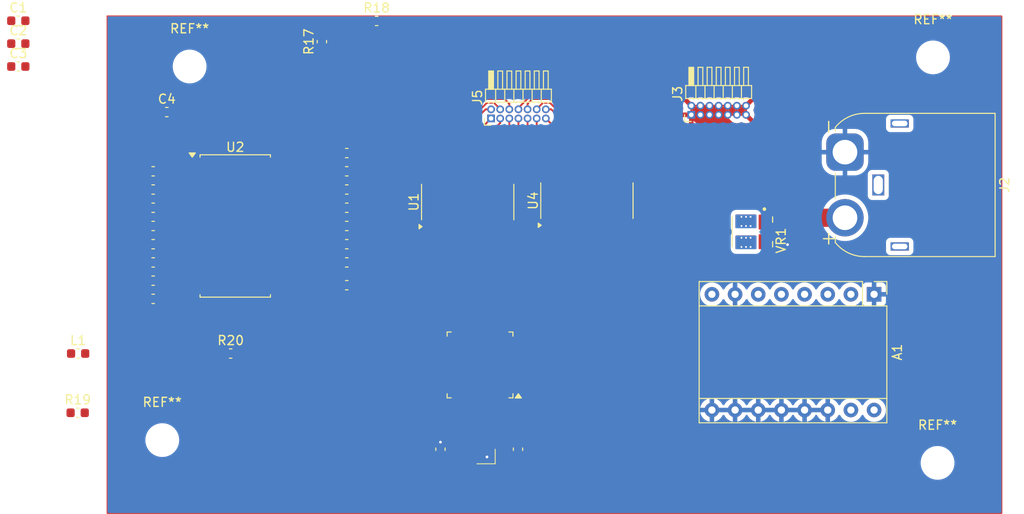
<source format=kicad_pcb>
(kicad_pcb (version 20241229) (generator "pcbnew") (generator_version "9.0")
  (layers (0 "F.Cu" signal) (2 "B.Cu" signal) (13 "F.Paste" user) (15 "B.Paste" user) (5 "F.SilkS" user "F.Silkscreen") (7 "B.SilkS" user "B.Silkscreen") (1 "F.Mask" user) (3 "B.Mask" user) (25 "Edge.Cuts" user))
  (net 0 "")
  (net 1 "GND")
  (net 4 "/STEP")
  (net 5 "/DIR")
  (net 8 "+5V")
  (net 9 "Net-(J5-Pin_9)")
  (net 10 "Net-(C1-Pad1)")
  (net 11 "Net-(VR1-FB)")
  (net 12 "Net-(U3-PA0)")
  (net 13 "Net-(U3-PA1)")
  (net 14 "Power")
  (net 15 "Net-(U2-I0)")
  (net 16 "Net-(U2-I1)")
  (net 17 "Net-(U2-I2)")
  (net 18 "Net-(U2-I3)")
  (net 19 "Net-(U2-I4)")
  (net 20 "Net-(U2-I5)")
  (net 21 "Net-(U2-I6)")
  (net 22 "Net-(U2-I7)")
  (net 23 "Net-(U2-I8)")
  (net 24 "Net-(U2-I9)")
  (net 25 "Net-(U2-I10)")
  (net 26 "Net-(U2-I11)")
  (net 27 "Net-(U2-I12)")
  (net 28 "Net-(U2-I13)")
  (net 29 "Net-(U2-I14)")
  (net 30 "Net-(U2-I15)")
  (net 31 "Net-(VR1-EN)")
  (net 32 "/motor6")
  (net 33 "/motor3")
  (net 34 "/motor7")
  (net 35 "/motor5")
  (net 36 "/motor4")
  (net 37 "/motor2")
  (net 38 "/motor1")
  (net 39 "/DOUT2")
  (net 40 "/Read")
  (net 41 "/DOUT3")
  (net 42 "/DOUT1")
  (net 43 "/DOUT4")
  (net 49 "/motor14")
  (net 56 "/RXD")
  (net 58 "/motor8")
  (net 60 "/motor9")
  (net 61 "/TXD")
  (net 63 "/motor11")
  (net 66 "/motor10")
  (net 67 "/motor12")
  (net 69 "/motor13")
  (net 72 "Net-(J5-Pin_12)")
  (net 73 "Net-(J5-Pin_1)")
  (net 74 "Net-(J5-Pin_11)")
  (net 75 "Net-(J5-Pin_2)")
  (net 76 "Net-(J5-Pin_6)")
  (net 77 "Net-(J5-Pin_3)")
  (net 78 "Net-(J5-Pin_13)")
  (net 79 "Net-(J5-Pin_4)")
  (net 80 "Net-(J5-Pin_10)")
  (net 81 "Net-(J5-Pin_7)")
  (net 82 "Net-(J5-Pin_5)")
  (net 83 "Net-(J5-Pin_8)")
  (net 84 "Net-(J5-Pin_14)")
  (footprint "Capacitor_SMD:C_0603_1608Metric" (layer "F.Cu") (at 129.725 76.5)
    (property "Reference" "R16" (hide yes))
    (property "Value" "5M")
  )
  (footprint "MountingHole:MountingHole_3.2mm_M3" (layer "F.Cu") (at 109.5 93.5)
    (property "Reference" "REF**")
    (property "Value" "MountingHole_3.2mm_M3")
  )
  (footprint "Capacitor_SMD:C_0603_1608Metric" (layer "F.Cu") (at 108.5 76 180)
    (property "Reference" "R2" (hide yes))
    (property "Value" "100")
  )
  (footprint "Capacitor_SMD:C_0603_1608Metric" (layer "F.Cu") (at 127 49.775 90)
    (property "Reference" "R17")
    (property "Value" "220k")
  )
  (footprint "Capacitor_SMD:C_0603_1608Metric" (layer "F.Cu") (at 100.225 90.5)
    (property "Reference" "R19")
    (property "Value" "50k")
  )
  (footprint "Capacitor_SMD:C_0603_1608Metric" (layer "F.Cu") (at 108.5 64 180)
    (property "Reference" "R8" (hide yes))
    (property "Value" "20k")
  )
  (footprint "Capacitor_SMD:C_0603_1608Metric" (layer "F.Cu") (at 108.5 70 180)
    (property "Reference" "R5" (hide yes))
    (property "Value" "1k")
  )
  (footprint "Package_SO:SOIC-16_3.9x9.9mm_P1.27mm" (layer "F.Cu") (at 156.055 67.225 90)
    (property "Reference" "U4")
    (property "Value" "TPL7407LAD")
  )
  (footprint "Capacitor_SMD:C_0603_1608Metric" (layer "F.Cu") (at 129.725 66)
    (property "Reference" "R11" (hide yes))
    (property "Value" "200k")
  )
  (footprint "Capacitor_SMD:C_0603_1608Metric" (layer "F.Cu") (at 129.725 74)
    (property "Reference" "R15" (hide yes))
    (property "Value" "2M")
  )
  (footprint "MountingHole:MountingHole_3.2mm_M3" (layer "F.Cu") (at 194 51.5)
    (property "Reference" "REF**")
    (property "Value" "MountingHole_3.2mm_M3")
  )
  (footprint "Module:Pololu_Breakout-16_15.2x20.3mm" (layer "F.Cu") (at 187.54 77.5 -90)
    (property "Reference" "A1")
    (property "Value" "Pololu_Breakout_A4988")
  )
  (footprint "Capacitor_SMD:C_0603_1608Metric" (layer "F.Cu") (at 100.275 84)
    (property "Reference" "L1")
    (property "Value" "10u")
  )
  (footprint "Package_SO:SOIC-24W_7.5x15.4mm_P1.27mm" (layer "F.Cu") (at 117.5 70)
    (property "Reference" "U2")
    (property "Value" "CD74HC4067M")
  )
  (footprint "Connector_AMASS:AMASS_XT60IPW-M_1x03_P7.20mm_Horizontal" (layer "F.Cu") (at 184.35 61.9 -90)
    (property "Reference" "J2")
    (property "Value" "Conn_01x02_Pin")
  )
  (footprint "Capacitor_SMD:C_0603_1608Metric" (layer "F.Cu") (at 93.715 49.99)
    (property "Reference" "C2")
    (property "Value" "100n")
  )
  (footprint "MountingHole:MountingHole_3.2mm_M3" (layer "F.Cu") (at 112.5 52.5)
    (property "Reference" "REF**")
    (property "Value" "MountingHole_3.2mm_M3")
  )
  (footprint "Package_QFP:TQFP-48_7x7mm_P0.5mm" (layer "F.Cu") (at 144.3375 85.25 180)
    (property "Reference" "U3" (hide yes))
    (property "Value" "AVR128DA48x-xPT")
  )
  (footprint "Capacitor_SMD:C_0603_1608Metric" (layer "F.Cu") (at 108.5 68 180)
    (property "Reference" "R6" (hide yes))
    (property "Value" "5k")
  )
  (footprint "Connector_PinHeader_1.00mm:PinHeader_2x07_P1.00mm_Horizontal" (layer "F.Cu") (at 145.55 58.2 90)
    (property "Reference" "J5")
    (property "Value" "Conn_02x07_Counter_Clockwise")
  )
  (footprint "OEM:Crystal_TXC7M" (layer "F.Cu") (at 144 94.5 180)
    (property "Reference" "Y1" (hide yes))
    (property "Value" "X_Crystal_16MHz_18pF" (hide yes))
  )
  (footprint "Capacitor_SMD:C_0603_1608Metric" (layer "F.Cu") (at 140 94.5 90)
    (property "Reference" "C13" (hide yes))
    (property "Value" "C_30pF")
  )
  (footprint "Package_SO:SOIC-16_3.9x9.9mm_P1.27mm" (layer "F.Cu") (at 142.985 67.375 90)
    (property "Reference" "U1")
    (property "Value" "TPL7407LAD")
  )
  (footprint "Capacitor_SMD:C_0603_1608Metric" (layer "F.Cu") (at 129.725 72)
    (property "Reference" "R14" (hide yes))
    (property "Value" "1M")
  )
  (footprint "Capacitor_SMD:C_0603_1608Metric" (layer "F.Cu") (at 148.5 94.5 -90)
    (property "Reference" "C14" (hide yes))
    (property "Value" "C_30pF")
  )
  (footprint "Capacitor_SMD:C_0603_1608Metric" (layer "F.Cu") (at 117 84)
    (property "Reference" "R20")
    (property "Value" "30k")
  )
  (footprint "Capacitor_SMD:C_0603_1608Metric" (layer "F.Cu") (at 93.715 47.48)
    (property "Reference" "C1")
    (property "Value" "100n")
  )
  (footprint "Capacitor_SMD:C_0603_1608Metric" (layer "F.Cu") (at 108.5 78 180)
    (property "Reference" "R1" (hide yes))
    (property "Value" "50")
  )
  (footprint "Capacitor_SMD:C_0603_1608Metric" (layer "F.Cu") (at 129.725 64)
    (property "Reference" "R10" (hide yes))
    (property "Value" "100k")
  )
  (footprint "MountingHole:MountingHole_3.2mm_M3" (layer "F.Cu") (at 194.5 96)
    (property "Reference" "REF**")
    (property "Value" "MountingHole_3.2mm_M3")
  )
  (footprint "Capacitor_SMD:C_0603_1608Metric" (layer "F.Cu") (at 129.725 62)
    (property "Reference" "R9" (hide yes))
    (property "Value" "50k")
  )
  (footprint "Capacitor_SMD:C_0603_1608Metric" (layer "F.Cu") (at 108.5 74 180)
    (property "Reference" "R3" (hide yes))
    (property "Value" "200")
  )
  (footprint "Capacitor_SMD:C_0603_1608Metric" (layer "F.Cu") (at 108.5 66 180)
    (property "Reference" "R7" (hide yes))
    (property "Value" "10k")
  )
  (footprint "Capacitor_SMD:C_0603_1608Metric" (layer "F.Cu") (at 129.725 70)
    (property "Reference" "R13" (hide yes))
    (property "Value" "750k")
  )
  (footprint "Capacitor_SMD:C_0603_1608Metric" (layer "F.Cu") (at 93.715 52.5)
    (property "Reference" "C3")
    (property "Value" "44u")
  )
  (footprint "Capacitor_SMD:C_0603_1608Metric" (layer "F.Cu") (at 108.5 72 180)
    (property "Reference" "R4" (hide yes))
    (property "Value" "500")
  )
  (footprint "TPSM863253RDXR:VREG_TPSM863253RDXR" (layer "F.Cu") (at 174.165 70.65 -90)
    (property "Reference" "VR1")
    (property "Value" "TPSM863253RDXR")
  )
  (footprint "Connector_PinHeader_1.00mm:PinHeader_2x07_P1.00mm_Horizontal" (layer "F.Cu") (at 167.5 57.8 90)
    (property "Reference" "J3")
    (property "Value" "Conn_02x07_Counter_Clockwise" (hide yes))
  )
  (footprint "Capacitor_SMD:C_0603_1608Metric" (layer "F.Cu") (at 129.725 68)
    (property "Reference" "R12" (hide yes))
    (property "Value" "500k")
  )
  (footprint "Capacitor_SMD:C_0603_1608Metric" (layer "F.Cu") (at 110 57.5)
    (property "Reference" "C4")
    (property "Value" "22p")
  )
  (footprint "Capacitor_SMD:C_0603_1608Metric" (layer "F.Cu") (at 133 47.5)
    (property "Reference" "R18")
    (property "Value" "30k")
  )
  (gr_rect (start 103.5 47) (end 201.5 101.5) (stroke (width 0.2)) (fill no) (layer "F.Cu"))
  (segment (start 148.5 95.275) (end 145.175 95.275) (width 0.2) (layer "F.Cu") (net 1))
  (segment (start 145.175 95.275) (end 145.1 95.35) (width 0.2) (layer "F.Cu") (net 1))
  (segment (start 142.9 93.65) (end 140.075 93.65) (width 0.2) (layer "F.Cu") (net 1))
  (segment (start 140.075 93.65) (end 140 93.725) (width 0.2) (layer "F.Cu") (net 1))
  (segment (start 178.0125 72.0125) (end 178.05 72.05) (width 0.9) (layer "F.Cu") (net 1))
  (segment (start 175.5025 72.0125) (end 178.0125 72.0125) (width 0.9) (layer "F.Cu") (net 1))
  (via (at 178.05 72.05) (size 0.6) (drill 0.3) (layers "F.Cu" "B.Cu") (net 1))
  (via (at 145.1 95.35) (size 0.6) (drill 0.3) (layers "F.Cu" "B.Cu") (net 1))
  (via (at 140 93.725) (size 0.6) (drill 0.3) (layers "F.Cu" "B.Cu") (net 1))
  (segment (start 149.55 58.2) (end 149.55 62.69) (width 0.2) (layer "F.Cu") (net 9))
  (segment (start 149.55 62.69) (end 151.61 64.75) (width 0.2) (layer "F.Cu") (net 9))
  (segment (start 143.102 95.35) (end 143.901 94.551) (width 0.2) (layer "F.Cu") (net 12))
  (segment (start 143.901 94.551) (end 143.901 91.370324) (width 0.2) (layer "F.Cu") (net 12))
  (segment (start 142.9 95.35) (end 143.102 95.35) (width 0.2) (layer "F.Cu") (net 12))
  (segment (start 143.901 91.370324) (end 145.0875 90.183824) (width 0.2) (layer "F.Cu") (net 12))
  (segment (start 140 95.275) (end 142.825 95.275) (width 0.2) (layer "F.Cu") (net 12))
  (segment (start 145.0875 90.183824) (end 145.0875 89.4125) (width 0.2) (layer "F.Cu") (net 12))
  (segment (start 142.825 95.275) (end 142.9 95.35) (width 0.2) (layer "F.Cu") (net 12))
  (segment (start 148.425 93.65) (end 148.5 93.725) (width 0.2) (layer "F.Cu") (net 13))
  (segment (start 145.1 93.65) (end 145.5875 93.1625) (width 0.2) (layer "F.Cu") (net 13))
  (segment (start 145.1 93.65) (end 148.425 93.65) (width 0.2) (layer "F.Cu") (net 13))
  (segment (start 145.5875 93.1625) (end 145.5875 89.4125) (width 0.2) (layer "F.Cu") (net 13))
  (segment (start 184.35 69.1) (end 181.1 69.1) (width 2) (layer "F.Cu") (net 14))
  (segment (start 168.5 56.8) (end 168.5 57.8) (width 0.2) (layer "F.Cu") (net 14))
  (segment (start 173.5 56.8) (end 172.5 56.8) (width 0.2) (layer "F.Cu") (net 14))
  (segment (start 171.5 56.8) (end 170.5 56.8) (width 0.2) (layer "F.Cu") (net 14))
  (segment (start 171.5 56.8) (end 171.5 57.8) (width 0.2) (layer "F.Cu") (net 14))
  (segment (start 169.8 57.8) (end 181.1 69.1) (width 2) (layer "F.Cu") (net 14))
  (segment (start 171.5 57.8) (end 170.5 56.8) (width 0.2) (layer "F.Cu") (net 14))
  (segment (start 173.5 57.8) (end 172.5 56.8) (width 0.2) (layer "F.Cu") (net 14))
  (segment (start 169.5 57.8) (end 170.5 57.8) (width 0.2) (layer "F.Cu") (net 14))
  (segment (start 170.5 57.8) (end 171.5 56.8) (width 0.2) (layer "F.Cu") (net 14))
  (segment (start 171.5 56.8) (end 172.5 57.8) (width 0.2) (layer "F.Cu") (net 14))
  (segment (start 172.5 57.8) (end 173.5 56.8) (width 0.2) (layer "F.Cu") (net 14))
  (segment (start 170.5 56.8) (end 169.5 57.8) (width 0.2) (layer "F.Cu") (net 14))
  (segment (start 169.5 56.8) (end 170.5 57.8) (width 0.2) (layer "F.Cu") (net 14))
  (segment (start 172.5 56.8) (end 171.5 56.8) (width 0.2) (layer "F.Cu") (net 14))
  (segment (start 167.5 57.8) (end 168.5 57.8) (width 0.2) (layer "F.Cu") (net 14))
  (segment (start 169.5 56.8) (end 169.5 57.8) (width 0.2) (layer "F.Cu") (net 14))
  (segment (start 167.5 56.8) (end 167.5 57.8) (width 0.2) (layer "F.Cu") (net 14))
  (segment (start 172.5 56.8) (end 172.5 57.8) (width 0.2) (layer "F.Cu") (net 14))
  (segment (start 171.5 57.8) (end 172.5 56.8) (width 0.2) (layer "F.Cu") (net 14))
  (segment (start 169.5 56.8) (end 168.5 56.8) (width 0.2) (layer "F.Cu") (net 14))
  (segment (start 180.9125 69.2875) (end 181.1 69.1) (width 0.9) (layer "F.Cu") (net 14))
  (segment (start 170.5 56.8) (end 170.5 57.8) (width 0.2) (layer "F.Cu") (net 14))
  (segment (start 175.5025 69.2875) (end 180.9125 69.2875) (width 0.9) (layer "F.Cu") (net 14))
  (segment (start 173.5 56.8) (end 173.5 57.8) (width 0.2) (layer "F.Cu") (net 14))
  (segment (start 167.5 56.8) (end 168.5 57.8) (width 0.2) (layer "F.Cu") (net 14))
  (segment (start 169.5 56.8) (end 170.5 56.8) (width 0.2) (layer "F.Cu") (net 14))
  (segment (start 168.5 56.8) (end 169.5 57.8) (width 0.2) (layer "F.Cu") (net 14))
  (segment (start 168.5 57.8) (end 169.8 57.8) (width 2) (layer "F.Cu") (net 14))
  (segment (start 168.5 56.8) (end 167.5 57.8) (width 0.2) (layer "F.Cu") (net 14))
  (segment (start 169.5 56.8) (end 168.5 57.8) (width 0.2) (layer "F.Cu") (net 14))
  (segment (start 171.5 57.8) (end 172.5 57.8) (width 0.2) (layer "F.Cu") (net 14))
  (segment (start 168.5 57.8) (end 169.5 57.8) (width 0.2) (layer "F.Cu") (net 14))
  (segment (start 170.5 57.8) (end 171.5 57.8) (width 0.2) (layer "F.Cu") (net 14))
  (segment (start 168.5 56.8) (end 167.5 56.8) (width 0.2) (layer "F.Cu") (net 14))
  (segment (start 172.5 57.8) (end 173.5 57.8) (width 0.2) (layer "F.Cu") (net 14))
  (segment (start 111.825001 73.175) (end 112.85 73.175) (width 0.2) (layer "F.Cu") (net 15))
  (segment (start 110.427 74.573001) (end 111.825001 73.175) (width 0.2) (layer "F.Cu") (net 15))
  (segment (start 109.275 78) (end 110.427 76.848) (width 0.2) (layer "F.Cu") (net 15))
  (segment (start 110.427 76.848) (end 110.427 74.573001) (width 0.2) (layer "F.Cu") (net 15))
  (segment (start 109.275 76) (end 110.026 75.249) (width 0.2) (layer "F.Cu") (net 16))
  (segment (start 110.026 75.249) (end 110.026 73.704001) (width 0.2) (layer "F.Cu") (net 16))
  (segment (start 111.825001 71.905) (end 112.85 71.905) (width 0.2) (layer "F.Cu") (net 16))
  (segment (start 110.026 73.704001) (end 111.825001 71.905) (width 0.2) (layer "F.Cu") (net 16))
  (segment (start 111.86511 70.635) (end 109.275 73.22511) (width 0.2) (layer "F.Cu") (net 17))
  (segment (start 112.85 70.635) (end 111.86511 70.635) (width 0.2) (layer "F.Cu") (net 17))
  (segment (start 109.275 73.22511) (end 109.275 74) (width 0.2) (layer "F.Cu") (net 17))
  (segment (start 109.275 72) (end 111.91 69.365) (width 0.2) (layer "F.Cu") (net 18))
  (segment (start 111.91 69.365) (end 112.85 69.365) (width 0.2) (layer "F.Cu") (net 18))
  (segment (start 109.275 70) (end 111.18 68.095) (width 0.2) (layer "F.Cu") (net 19))
  (segment (start 111.18 68.095) (end 112.85 68.095) (width 0.2) (layer "F.Cu") (net 19))
  (segment (start 109.275 68) (end 110.45 66.825) (width 0.2) (layer "F.Cu") (net 20))
  (segment (start 110.45 66.825) (end 112.85 66.825) (width 0.2) (layer "F.Cu") (net 20))
  (segment (start 112.405 66) (end 112.85 65.555) (width 0.2) (layer "F.Cu") (net 21))
  (segment (start 109.275 66) (end 112.405 66) (width 0.2) (layer "F.Cu") (net 21))
  (segment (start 112.565 64) (end 112.85 64.285) (width 0.2) (layer "F.Cu") (net 22))
  (segment (start 109.275 64) (end 112.565 64) (width 0.2) (layer "F.Cu") (net 22))
  (segment (start 126.665 64.285) (end 122.15 64.285) (width 0.2) (layer "F.Cu") (net 23))
  (segment (start 128.95 62) (end 126.665 64.285) (width 0.2) (layer "F.Cu") (net 23))
  (segment (start 127.395 65.555) (end 122.15 65.555) (width 0.2) (layer "F.Cu") (net 24))
  (segment (start 128.95 64) (end 127.395 65.555) (width 0.2) (layer "F.Cu") (net 24))
  (segment (start 128.125 66.825) (end 122.15 66.825) (width 0.2) (layer "F.Cu") (net 25))
  (segment (start 128.95 66) (end 128.125 66.825) (width 0.2) (layer "F.Cu") (net 25))
  (segment (start 122.245 68) (end 122.15 68.095) (width 0.2) (layer "F.Cu") (net 26))
  (segment (start 128.95 68) (end 122.245 68) (width 0.2) (layer "F.Cu") (net 26))
  (segment (start 128.95 70) (end 122.785 70) (width 0.2) (layer "F.Cu") (net 27))
  (segment (start 122.785 70) (end 122.15 69.365) (width 0.2) (layer "F.Cu") (net 27))
  (segment (start 128.95 72) (end 127.585 70.635) (width 0.2) (layer "F.Cu") (net 28))
  (segment (start 127.585 70.635) (end 122.15 70.635) (width 0.2) (layer "F.Cu") (net 28))
  (segment (start 126.855 71.905) (end 122.15 71.905) (width 0.2) (layer "F.Cu") (net 29))
  (segment (start 128.95 74) (end 126.855 71.905) (width 0.2) (layer "F.Cu") (net 29))
  (segment (start 128.95 76.5) (end 125.625 73.175) (width 0.2) (layer "F.Cu") (net 30))
  (segment (start 125.625 73.175) (end 122.15 73.175) (width 0.2) (layer "F.Cu") (net 30))
  (segment (start 156.69 61.17186) (end 156.69 64.75) (width 0.2) (layer "F.Cu") (net 72))
  (segment (start 150.55 57.2) (end 150.55 57.17328) (width 0.2) (layer "F.Cu") (net 72))
  (segment (start 151.24928 56.474) (end 151.99214 56.474) (width 0.2) (layer "F.Cu") (net 72))
  (segment (start 151.99214 56.474) (end 156.69 61.17186) (width 0.2) (layer "F.Cu") (net 72))
  (segment (start 150.55 57.17328) (end 151.24928 56.474) (width 0.2) (layer "F.Cu") (net 72))
  (segment (start 142.35 64.9) (end 142.35 61.4) (width 0.2) (layer "F.Cu") (net 73))
  (segment (start 142.35 61.4) (end 145.55 58.2) (width 0.2) (layer "F.Cu") (net 73))
  (segment (start 150.55 58.2) (end 150.55 62.073032) (width 0.2) (layer "F.Cu") (net 74))
  (segment (start 150.55 62.073032) (end 152.88 64.403032) (width 0.2) (layer "F.Cu") (net 74))
  (segment (start 152.88 64.403032) (end 152.88 64.75) (width 0.2) (layer "F.Cu") (net 74))
  (segment (start 144.94896 57.2) (end 145.55 57.2) (width 0.2) (layer "F.Cu") (net 75))
  (segment (start 141.08 61.06896) (end 144.94896 57.2) (width 0.2) (layer "F.Cu") (net 75))
  (segment (start 141.08 64.9) (end 141.08 61.06896) (width 0.2) (layer "F.Cu") (net 75))
  (segment (start 147.02404 56.073) (end 147.55 56.59896) (width 0.2) (layer "F.Cu") (net 76))
  (segment (start 147.55 56.59896) (end 147.55 57.2) (width 0.2) (layer "F.Cu") (net 76))
  (segment (start 144.94176 56.073) (end 147.02404 56.073) (width 0.2) (layer "F.Cu") (net 76))
  (segment (start 138.54 64.9) (end 138.54 62.47476) (width 0.2) (layer "F.Cu") (net 76))
  (segment (start 138.54 62.47476) (end 144.94176 56.073) (width 0.2) (layer "F.Cu") (net 76))
  (segment (start 146.55 58.7) (end 143.62 61.63) (width 0.2) (layer "F.Cu") (net 77))
  (segment (start 146.55 58.2) (end 146.55 58.7) (width 0.2) (layer "F.Cu") (net 77))
  (segment (start 143.62 61.63) (end 143.62 64.9) (width 0.2) (layer "F.Cu") (net 77))
  (segment (start 154.15 60.8) (end 154.15 64.75) (width 0.2) (layer "F.Cu") (net 78))
  (segment (start 151.55 58.2) (end 154.15 60.8) (width 0.2) (layer "F.Cu") (net 78))
  (segment (start 146.55 57.2) (end 146.55 57.17328) (width 0.2) (layer "F.Cu") (net 79))
  (segment (start 146.55 57.17328) (end 145.85072 56.474) (width 0.2) (layer "F.Cu") (net 79))
  (segment (start 145.85072 56.474) (end 145.10786 56.474) (width 0.2) (layer "F.Cu") (net 79))
  (segment (start 139.81 61.77186) (end 139.81 64.9) (width 0.2) (layer "F.Cu") (net 79))
  (segment (start 145.10786 56.474) (end 139.81 61.77186) (width 0.2) (layer "F.Cu") (net 79))
  (segment (start 152.15824 56.073) (end 150.07596 56.073) (width 0.2) (layer "F.Cu") (net 80))
  (segment (start 157.96 64.75) (end 157.96 61.87476) (width 0.2) (layer "F.Cu") (net 80))
  (segment (start 150.07596 56.073) (end 149.55 56.59896) (width 0.2) (layer "F.Cu") (net 80))
  (segment (start 157.96 61.87476) (end 152.15824 56.073) (width 0.2) (layer "F.Cu") (net 80))
  (segment (start 149.55 56.59896) (end 149.55 57.2) (width 0.2) (layer "F.Cu") (net 80))
  (segment (start 148.55 58.2) (end 148.55 62.163032) (width 0.2) (layer "F.Cu") (net 81))
  (segment (start 146.16 64.553032) (end 146.16 64.9) (width 0.2) (layer "F.Cu") (net 81))
  (segment (start 148.55 62.163032) (end 146.16 64.553032) (width 0.2) (layer "F.Cu") (net 81))
  (segment (start 147.55 61.893032) (end 144.89 64.553032) (width 0.2) (layer "F.Cu") (net 82))
  (segment (start 147.55 58.2) (end 147.55 61.893032) (width 0.2) (layer "F.Cu") (net 82))
  (segment (start 144.89 64.553032) (end 144.89 64.9) (width 0.2) (layer "F.Cu") (net 82))
  (segment (start 152.32434 55.672) (end 159.23 62.57766) (width 0.2) (layer "F.Cu") (net 83))
  (segment (start 148.55 57.2) (end 148.55 57.03186) (width 0.2) (layer "F.Cu") (net 83))
  (segment (start 148.55 57.03186) (end 149.90986 55.672) (width 0.2) (layer "F.Cu") (net 83))
  (segment (start 159.23 62.57766) (end 159.23 64.75) (width 0.2) (layer "F.Cu") (net 83))
  (segment (start 149.90986 55.672) (end 152.32434 55.672) (width 0.2) (layer "F.Cu") (net 83))
  (segment (start 155.42 64.75) (end 155.42 60.46896) (width 0.2) (layer "F.Cu") (net 84))
  (segment (start 155.42 60.46896) (end 152.15104 57.2) (width 0.2) (layer "F.Cu") (net 84))
  (segment (start 152.15104 57.2) (end 151.55 57.2) (width 0.2) (layer "F.Cu") (net 84))
  (zone (net 14) (net_name "Power") (layer "F.Cu") (priority 1) (connect_pads (clearance 0.5)) (min_thickness 0.25) (fill yes (thermal_gap 0.5) (thermal_bridge_width 0.5))
    (polygon (pts (xy 175.75 55.5) (xy 175.75 60.7) (xy 165.75 60.7) (xy 165.75 55.5)))
  )
  (zone (net 1) (net_name "GND") (layer "B.Cu") (connect_pads (clearance 0.5)) (min_thickness 0.25) (fill yes (thermal_gap 0.5) (thermal_bridge_width 0.5))
    (polygon (pts (xy 103.5 47) (xy 201.5 47) (xy 201.5 101.5) (xy 103.5 101.5)))
  )
)
</source>
